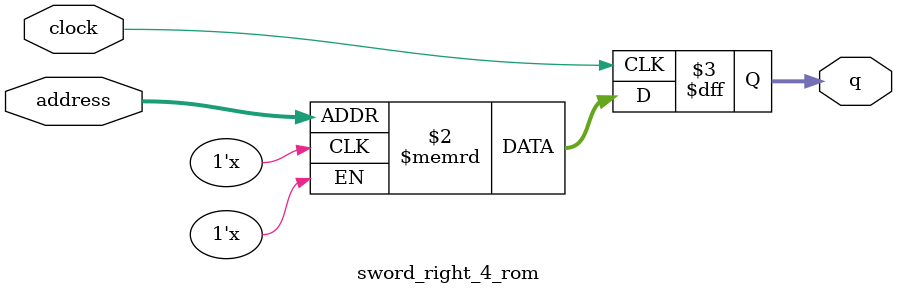
<source format=sv>
module sword_right_4_rom (
	input logic clock,
	input logic [9:0] address,
	output logic [2:0] q
);

logic [2:0] memory [0:1023] /* synthesis ram_init_file = "./sword_right_4/sword_right_4.mif" */;

always_ff @ (posedge clock) begin
	q <= memory[address];
end

endmodule

</source>
